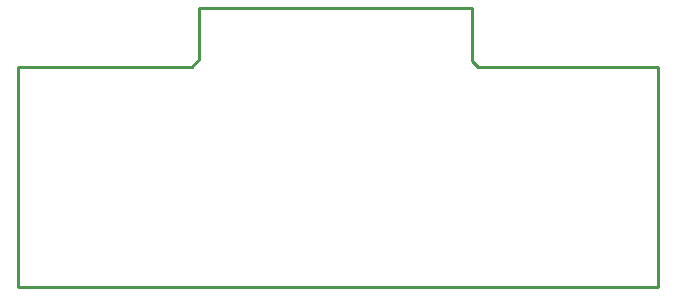
<source format=gbr>
G04 start of page 4 for group 2 idx 2 *
G04 Title: (unknown), outline *
G04 Creator: pcb 1.99z *
G04 CreationDate: Tue Dec  8 20:24:13 2015 UTC *
G04 For: commonadmin *
G04 Format: Gerber/RS-274X *
G04 PCB-Dimensions (mil): 2380.00 955.00 *
G04 PCB-Coordinate-Origin: lower left *
%MOIN*%
%FSLAX25Y25*%
%LNOUTLINE*%
%ADD38C,0.0100*%
G54D38*X165992Y75465D02*X163992Y77465D01*
Y94965D01*
X72992D01*
Y77965D01*
X70492Y75465D01*
X12492Y1965D02*X225992D01*
Y75465D01*
X70492D02*X12492D01*
Y1965D01*
X225992Y75465D02*X165992D01*
M02*

</source>
